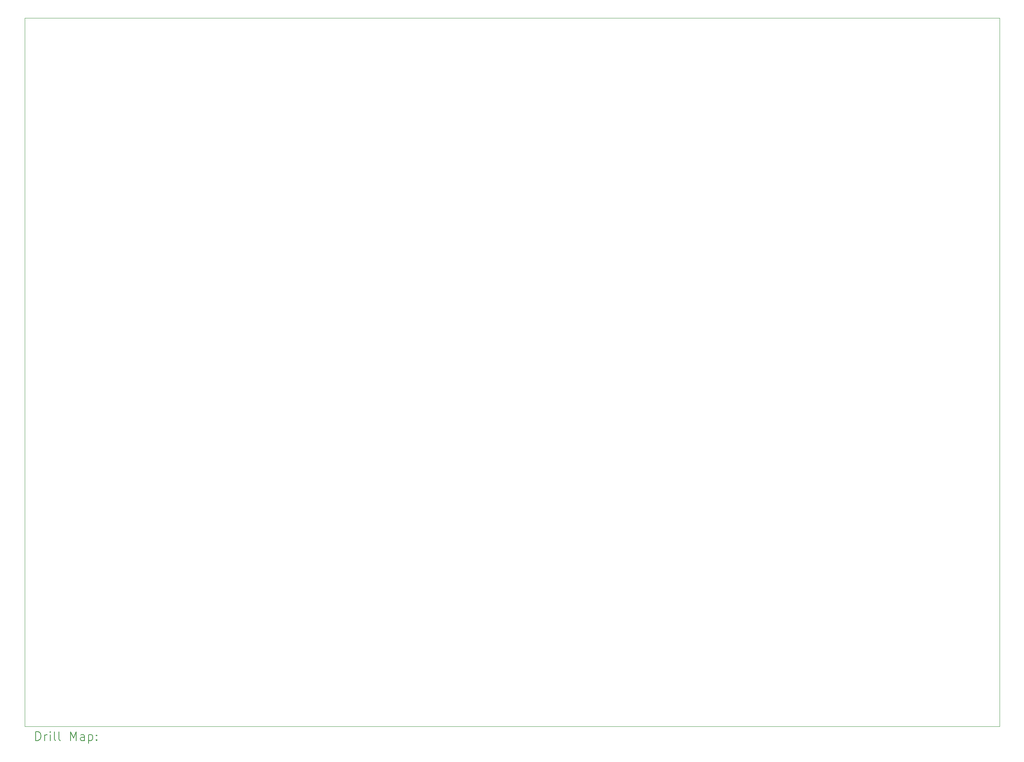
<source format=gbr>
%TF.GenerationSoftware,KiCad,Pcbnew,(6.0.11)*%
%TF.CreationDate,2023-05-29T14:10:35-03:00*%
%TF.ProjectId,qds-cv,7164732d-6376-42e6-9b69-6361645f7063,rev?*%
%TF.SameCoordinates,Original*%
%TF.FileFunction,Drillmap*%
%TF.FilePolarity,Positive*%
%FSLAX45Y45*%
G04 Gerber Fmt 4.5, Leading zero omitted, Abs format (unit mm)*
G04 Created by KiCad (PCBNEW (6.0.11)) date 2023-05-29 14:10:35*
%MOMM*%
%LPD*%
G01*
G04 APERTURE LIST*
%ADD10C,0.100000*%
%ADD11C,0.200000*%
G04 APERTURE END LIST*
D10*
X10000000Y-4000000D02*
X32000000Y-4000000D01*
X32000000Y-4000000D02*
X32000000Y-20000000D01*
X32000000Y-20000000D02*
X10000000Y-20000000D01*
X10000000Y-20000000D02*
X10000000Y-4000000D01*
D11*
X10252619Y-20315476D02*
X10252619Y-20115476D01*
X10300238Y-20115476D01*
X10328810Y-20125000D01*
X10347857Y-20144048D01*
X10357381Y-20163095D01*
X10366905Y-20201190D01*
X10366905Y-20229762D01*
X10357381Y-20267857D01*
X10347857Y-20286905D01*
X10328810Y-20305952D01*
X10300238Y-20315476D01*
X10252619Y-20315476D01*
X10452619Y-20315476D02*
X10452619Y-20182143D01*
X10452619Y-20220238D02*
X10462143Y-20201190D01*
X10471667Y-20191667D01*
X10490714Y-20182143D01*
X10509762Y-20182143D01*
X10576429Y-20315476D02*
X10576429Y-20182143D01*
X10576429Y-20115476D02*
X10566905Y-20125000D01*
X10576429Y-20134524D01*
X10585952Y-20125000D01*
X10576429Y-20115476D01*
X10576429Y-20134524D01*
X10700238Y-20315476D02*
X10681190Y-20305952D01*
X10671667Y-20286905D01*
X10671667Y-20115476D01*
X10805000Y-20315476D02*
X10785952Y-20305952D01*
X10776429Y-20286905D01*
X10776429Y-20115476D01*
X11033571Y-20315476D02*
X11033571Y-20115476D01*
X11100238Y-20258333D01*
X11166905Y-20115476D01*
X11166905Y-20315476D01*
X11347857Y-20315476D02*
X11347857Y-20210714D01*
X11338333Y-20191667D01*
X11319286Y-20182143D01*
X11281190Y-20182143D01*
X11262143Y-20191667D01*
X11347857Y-20305952D02*
X11328809Y-20315476D01*
X11281190Y-20315476D01*
X11262143Y-20305952D01*
X11252619Y-20286905D01*
X11252619Y-20267857D01*
X11262143Y-20248810D01*
X11281190Y-20239286D01*
X11328809Y-20239286D01*
X11347857Y-20229762D01*
X11443095Y-20182143D02*
X11443095Y-20382143D01*
X11443095Y-20191667D02*
X11462143Y-20182143D01*
X11500238Y-20182143D01*
X11519286Y-20191667D01*
X11528809Y-20201190D01*
X11538333Y-20220238D01*
X11538333Y-20277381D01*
X11528809Y-20296429D01*
X11519286Y-20305952D01*
X11500238Y-20315476D01*
X11462143Y-20315476D01*
X11443095Y-20305952D01*
X11624048Y-20296429D02*
X11633571Y-20305952D01*
X11624048Y-20315476D01*
X11614524Y-20305952D01*
X11624048Y-20296429D01*
X11624048Y-20315476D01*
X11624048Y-20191667D02*
X11633571Y-20201190D01*
X11624048Y-20210714D01*
X11614524Y-20201190D01*
X11624048Y-20191667D01*
X11624048Y-20210714D01*
M02*

</source>
